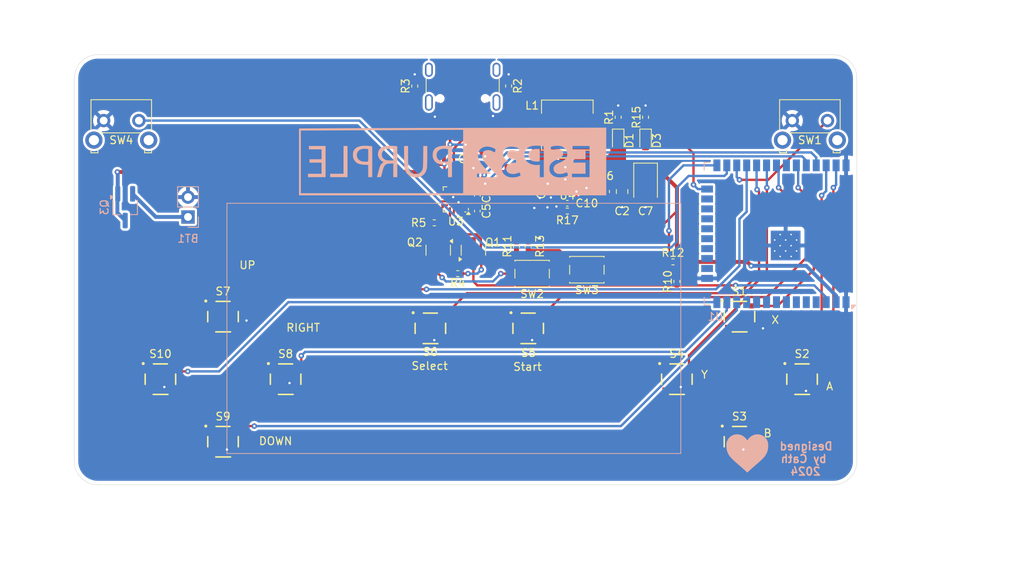
<source format=kicad_pcb>
(kicad_pcb (version 20240108) (generator "pcbnew") (generator_version "8.0")
  (layers (0 "F.Cu" signal) (31 "B.Cu" power) (34 "B.Paste" user) (35 "F.Paste" user) (36 "B.SilkS" user "B.Silkscreen") (37 "F.SilkS" user "F.Silkscreen") (38 "B.Mask" user) (39 "F.Mask" user) (44 "Edge.Cuts" user))
  (net 0 "")
  (net 1 "GND")
  (net 2 "+3.3V")
  (net 3 "Net-(U3-V3)")
  (net 4 "VBUS")
  (net 5 "/PWR_LED_K")
  (net 7 "USB_D+")
  (net 10 "USB_D-")
  (net 12 "Net-(J1-CC2)")
  (net 13 "Net-(J1-CC1)")
  (net 16 "IO21")
  (net 17 "IO36")
  (net 18 "IO35")
  (net 19 "IO33")
  (net 20 "IO25")
  (net 21 "IO13")
  (net 22 "IO32")
  (net 23 "IO9")
  (net 24 "IO34")
  (net 25 "IO12")
  (net 26 "IO10")
  (net 27 "EN")
  (net 28 "IO11")
  (net 29 "IO39")
  (net 30 "IO14")
  (net 31 "IO27")
  (net 32 "IO15")
  (net 33 "IO16")
  (net 34 "IO8")
  (net 35 "IO4")
  (net 36 "IO17")
  (net 37 "IO0")
  (net 38 "IO2")
  (net 39 "IO7")
  (net 40 "IO18")
  (net 41 "IO6")
  (net 42 "IO23")
  (net 43 "IO3")
  (net 44 "IO19")
  (net 45 "IO1")
  (net 46 "Net-(Q1-B)")
  (net 47 "RTS")
  (net 48 "DTR")
  (net 49 "Net-(Q2-B)")
  (net 57 "IO22")
  (net 59 "Net-(R11-Pad1)")
  (net 60 "Net-(R13-Pad1)")
  (net 61 "Net-(D3-K)")
  (net 62 "Net-(U4-FB)")
  (net 64 "/L1")
  (net 65 "/L2")
  (net 66 "Net-(U4-EN)")
  (net 77 "IO5")
  (net 86 "IO26")
  (net 87 "Net-(BT1-+)")
  (footprint "footprints:430173003816" (layer "F.Cu") (at 84 88.5)
    (property "Reference" "S10")
    (property "Value" "Left")
    (property "VALUE" "430173003816" (hide yes))
  )
  (footprint "Resistor_SMD:R_0402_1005Metric" (layer "F.Cu") (at 119 68.5)
    (property "Reference" "R5")
    (property "Value" "10K")
  )
  (footprint "Resistor_SMD:R_0402_1005Metric" (layer "F.Cu") (at 149.5 73.5)
    (property "Reference" "R12")
    (property "Value" "10K")
  )
  (footprint "Resistor_SMD:R_0402_1005Metric" (layer "F.Cu") (at 142.5 55 90)
    (property "Reference" "R1")
    (property "Value" "1.5k")
  )
  (footprint "Resistor_SMD:R_0402_1005Metric" (layer "F.Cu") (at 131 71.5 90)
    (property "Reference" "R13")
    (property "Value" "470")
  )
  (footprint "footprints:430173003816" (layer "F.Cu") (at 158 80.5)
    (property "Reference" "S1")
    (property "Value" "X Button")
    (property "VALUE" "430173003816" (hide yes))
  )
  (footprint "Capacitor_SMD:C_0402_1005Metric" (layer "F.Cu") (at 124.5 65 -90)
    (property "Reference" "C4")
    (property "Value" "1uF")
  )
  (footprint "Package_TO_SOT_SMD:SOT-23" (layer "F.Cu") (at 124 72 90)
    (property "Reference" "Q1")
    (property "Value" "BC817")
  )
  (footprint "Capacitor_SMD:C_0402_1005Metric" (layer "F.Cu") (at 123 61.5)
    (property "Reference" "C3")
    (property "Value" "0.1uF")
  )
  (footprint "footprints:430173003816" (layer "F.Cu") (at 166 88.5)
    (property "Reference" "S2")
    (property "Value" "A Button")
    (property "VALUE" "430173003816" (hide yes))
  )
  (footprint "footprints:430173003816" (layer "F.Cu") (at 92 80.5)
    (property "Reference" "S7")
    (property "Value" "UP")
    (property "VALUE" "430173003816" (hide yes))
  )
  (footprint "Resistor_SMD:R_0402_1005Metric" (layer "F.Cu") (at 136 67 180)
    (property "Reference" "R17")
    (property "Value" "180k")
  )
  (footprint "Inductor_SMD:L_6.3x6.3_H3" (layer "F.Cu") (at 136 56)
    (property "Reference" "L1")
    (property "Value" "1.5uH")
  )
  (footprint "footprints:430173003816" (layer "F.Cu") (at 150 88.5)
    (property "Reference" "S4")
    (property "Value" "Y button")
    (property "VALUE" "430173003816" (hide yes))
  )
  (footprint "footprints:430173003816" (layer "F.Cu") (at 92 96.5)
    (property "Reference" "S9")
    (property "Value" "Down")
    (property "VALUE" "430173003816" (hide yes))
  )
  (footprint "footprints:430173003816" (layer "F.Cu") (at 100 88.5)
    (property "Reference" "S8")
    (property "Value" "Right")
    (property "VALUE" "430173003816" (hide yes))
  )
  (footprint "Button_Switch_THT:SW_Tactile_SKHH_Angled" (layer "F.Cu") (at 164.75 55.425)
    (property "Reference" "SW1")
    (property "Value" "R Button")
  )
  (footprint "LED_SMD:LED_0603_1608Metric" (layer "F.Cu") (at 142.5 58 -90)
    (property "Reference" "D1")
    (property "Value" "LED")
  )
  (footprint "Resistor_SMD:R_0402_1005Metric" (layer "F.Cu") (at 129.5 71.5 90)
    (property "Reference" "R11")
    (property "Value" "470")
  )
  (footprint "Capacitor_SMD:C_0402_1005Metric" (layer "F.Cu") (at 124.5 67 -90)
    (property "Reference" "C5")
    (property "Value" "1uF")
  )
  (footprint "Resistor_SMD:R_0402_1005Metric" (layer "F.Cu") (at 128.5 51 -90)
    (property "Reference" "R2")
    (property "Value" "5.1k")
  )
  (footprint "footprints:430173003816" (layer "F.Cu") (at 158 96.5)
    (property "Reference" "S3")
    (property "Value" "B Button")
    (property "VALUE" "430173003816" (hide yes))
  )
  (footprint "Resistor_SMD:R_0402_1005Metric" (layer "F.Cu") (at 141 64.5 -90)
    (property "Reference" "R16")
    (property "Value" "1M")
  )
  (footprint "Package_DFN_QFN:TQFN-16-1EP_3x3mm_P0.5mm_EP1.6x1.6mm" (layer "F.Cu") (at 121.75 65.5 180)
    (property "Reference" "U3")
    (property "Value" "CH343P")
  )
  (footprint "Resistor_SMD:R_0402_1005Metric" (layer "F.Cu") (at 116.5 51.01 90)
    (property "Reference" "R3")
    (property "Value" "5.1k")
  )
  (footprint "Package_TO_SOT_SMD:SOT-23" (layer "F.Cu") (at 119.5 72 -90)
    (property "Reference" "Q2")
    (property "Value" "BC817")
  )
  (footprint "footprints:430173003816" (layer "F.Cu") (at 131 82)
    (property "Reference" "S5")
    (property "Value" "Start Button")
    (property "VALUE" "430173003816" (hide yes))
  )
  (footprint "Resistor_SMD:R_0402_1005Metric" (layer "F.Cu") (at 150 76 90)
    (property "Reference" "R10")
    (property "Value" "10K")
  )
  (footprint "Connector_USB:USB_C_Receptacle_GCT_USB4105-xx-A_16P_TopMnt_Horizontal" (layer "F.Cu") (at 122.627564 50 180)
    (property "Reference" "J1" (hide yes))
    (property "Value" "USB_C_Receptacle_USB2.0_16P")
  )
  (footprint "Capacitor_SMD:C_0402_1005Metric" (layer "F.Cu") (at 136 66)
    (property "Reference" "C10")
    (property "Value" "0.1uF")
  )
  (footprint "Button_Switch_THT:SW_Tactile_SKHH_Angled" (layer "F.Cu") (at 76.75 55.425)
    (property "Reference" "SW4")
    (property "Value" "L Button")
  )
  (footprint "LED_SMD:LED_0603_1608Metric" (layer "F.Cu") (at 146 58 -90)
    (property "Reference" "D3")
    (property "Value" "LED")
  )
  (footprint "Capacitor_SMD:C_0805_2012Metric" (layer "F.Cu") (at 131 64.5 -90)
    (property "Reference" "C1")
    (property "Value" "22uF")
  )
  (footprint "footprints:QFN14-3X4MM" (layer "F.Cu") (at 135.77 62.2125 180)
    (property "Reference" "U4")
    (property "Value" "TPS63020")
  )
  (footprint "Capacitor_Tantalum_SMD:CP_EIA-3528-15_AVX-H_Pad1.50x2.35mm_HandSolder" (layer "F.Cu") (at 146 63.5 -90)
    (property "Reference" "C7")
    (property "Value" "100uF 6.3V")
  )
  (footprint "Button_Switch_SMD:SW_SPST_PTS810" (layer "F.Cu") (at 131.5 75 180)
    (property "Reference" "SW2")
    (property "Value" "SW_Push")
  )
  (footprint "Capacitor_SMD:C_0805_2012Metric" (layer "F.Cu") (at 143 64.5 -90)
    (property "Reference" "C2")
    (property "Value" "22uF")
  )
  (footprint "footprints:430173003816" (layer "F.Cu") (at 118.5 82)
    (property "Reference" "S6")
    (property "Value" "Select Button")
    (property "VALUE" "430173003816" (hide yes))
  )
  (footprint "Button_Switch_SMD:SW_SPST_PTS810" (layer "F.Cu") (at 138.5 74.5 180)
    (property "Reference" "SW3")
    (property "Value" "SW_Push")
  )
  (footprint "Resistor_SMD:R_0402_1005Metric" (layer "F.Cu") (at 146 55 90)
    (property "Reference" "R15")
    (property "Value" "470")
  )
  (footprint "Resistor_SMD:R_0402_1005Metric" (layer "F.Cu") (at 122 75 180)
    (property "Reference" "R4")
    (property "Value" "10K")
  )
  (footprint "RF_Module:ESP32-WROOM-32D" (layer "B.Cu") (at 163.37 69.9 90)
    (property "Reference" "U1")
    (property "Value" "ESP32-WROOM-32D")
  )
  (footprint "footprints:esp32_purple" (layer "B.Cu") (at 121.5 61 180)
    (property "Reference" "G***" (hide yes))
    (property "Value" "LOGO" (hide yes))
  )
  (footprint "Package_TO_SOT_SMD:TSOT-23_HandSoldering" (layer "B.Cu") (at 79.5 66.5 -90)
    (property "Reference" "Q3")
    (property "Value" "PMOS")
  )
  (footprint "LOGO" (layer "B.Cu") (at 159 98 180)
    (property "Reference" "G***" (hide yes))
    (property "Value" "LOGO" (hide yes))
  )
  (footprint "Connector_PinSocket_2.54mm:PinSocket_1x02_P2.54mm_Vertical" (layer "B.Cu") (at 87.525 67.75)
    (property "Reference" "BT1")
    (property "Value" "2x 1.2V NihM AA")
  )
  (gr_line (start 92.5 98) (end 92.5 66) (stroke (width 0.1)) (layer "B.SilkS"))
  (gr_line (start 92.5 66) (end 150.5 66) (stroke (width 0.1)) (layer "B.SilkS"))
  (gr_line (start 150.5 98) (end 92.5 98) (stroke (width 0.1)) (layer "B.SilkS"))
  (gr_line (start 150.5 66) (end 150.5 98) (stroke (width 0.1)) (layer "B.SilkS"))
  (gr_line (start 73 99) (end 73 50) (stroke (width 0.05)) (layer "Edge.Cuts"))
  (gr_arc (start 76 102.000001) (mid 73.878679 101.121321) (end 72.999999 99) (stroke (width 0.05)) (layer "Edge.Cuts"))
  (gr_line (start 173.000001 50) (end 173.000001 99) (stroke (width 0.05)) (layer "Edge.Cuts"))
  (gr_line (start 76 47) (end 170 47) (stroke (width 0.05)) (layer "Edge.Cuts"))
  (gr_arc (start 173.000001 99) (mid 172.121321 101.121321) (end 170 102.000001) (stroke (width 0.05)) (layer "Edge.Cuts"))
  (gr_line (start 170 102.000001) (end 76 102.000001) (stroke (width 0.05)) (layer "Edge.Cuts"))
  (gr_arc (start 73 50) (mid 73.87868 47.87868) (end 76 47) (stroke (width 0.05)) (layer "Edge.Cuts"))
  (gr_arc (start 170 46.999999) (mid 172.121321 47.878679) (end 173.000001 50) (stroke (width 0.05)) (layer "Edge.Cuts"))
  (gr_text "Designed \n by Cath\n  2024\n\n" (at 170 102.5 0) (layer "B.SilkS") (effects (font (size 1 1) (thickness 0.2) (bold yes)) (justify left bottom mirror)))
  (gr_text "RIGHT" (at 100 82.5 0) (layer "F.SilkS") (effects (font (size 1 1)) (justify left bottom)))
  (gr_text "UP" (at 94 74.5 0) (layer "F.SilkS") (effects (font (size 1 1)) (justify left bottom)))
  (gr_text "DOWN" (at 96.5 97 0) (layer "F.SilkS") (effects (font (size 1 1)) (justify left bottom)))
  (gr_text "Start\n" (at 129 87.5 0) (layer "F.SilkS") (effects (font (size 1 1)) (justify left bottom)))
  (gr_text "Select\n\n" (at 116 89 0) (layer "F.SilkS") (effects (font (size 1 1)) (justify left bottom)))
  (gr_text "A" (at 169 90 0) (layer "F.SilkS") (effects (font (size 1 1)) (justify left bottom)))
  (gr_text "X" (at 162 81.5 0) (layer "F.SilkS") (effects (font (size 1 1)) (justify left bottom)))
  (gr_text "B" (at 161 96 0) (layer "F.SilkS") (effects (font (size 1 1)) (justify left bottom)))
  (gr_text "Y" (at 153 88.5 0) (layer "F.SilkS") (effects (font (size 1 1)) (justify left bottom)))
  (segment (start 124.5 65.48) (end 124.5 66) (width 0.3) (layer "F.Cu") (net 1))
  (segment (start 146 54.49) (end 146 53.5) (width 0.3) (layer "F.Cu") (net 1))
  (segment (start 151.55 89.875) (end 150.875 89.875) (width 0.3) (layer "F.Cu") (net 1))
  (segment (start 158.875 97.875) (end 158.5 97.5) (width 0.3) (layer "F.Cu") (net 1))
  (segment (start 134.37 63.2125) (end 135.488039 63.2125) (width 0.3) (layer "F.Cu") (net 1))
  (segment (start 135.488039 63.2125) (end 135.754859 62.94568) (width 0.3) (layer "F.Cu") (net 1))
  (segment (start 119.427564 53.68) (end 119.427564 54.572436) (width 0.5) (layer "F.Cu") (net 1))
  (segment (start 131.75 83.25) (end 131.5 83.5) (width 0.3) (layer "F.Cu") (net 1))
  (segment (start 160.875 81.875) (end 161 82) (width 0.3) (layer "F.Cu") (net 1))
  (segment (start 132.5 83.25) (end 131.75 83.25) (width 0.3) (layer "F.Cu") (net 1))
  (segment (start 122 65.75) (end 121.419576 65.210531) (width 0.3) (layer "F.Cu") (net 1))
  (segment (start 92.875 97.875) (end 92.5 97.5) (width 0.3) (layer "F.Cu") (net 1))
  (segment (start 122.096569 65.875215) (end 122 65.75) (width 0.3) (layer "F.Cu") (net 1))
  (segment (start 122 65.75) (end 121.75 65.5) (width 0.3) (layer "F.Cu") (net 1))
  (segment (start 128.5 50.49) (end 128.5 49.51) (width 0.3) (layer "F.Cu") (net 1))
  (segment (start 94.125 81.875) (end 95 81) (width 0.3) (layer "F.Cu") (net 1))
  (segment (start 119.125 83.375) (end 119 83.5) (width 0.3) (layer "F.Cu") (net 1))
  (segment (start 137.17 63.2125) (end 137.62364 63.2125) (width 0.3) (layer "F.Cu") (net 1))
  (segment (start 93.55 81.875) (end 94.125 81.875) (width 0.3) (layer "F.Cu") (net 1))
  (segment (start 146 65.125) (end 146 66.5) (width 0.3) (layer "F.Cu") (net 1))
  (segment (start 124.25 65.75) (end 124.5 66) (width 0.3) (layer "F.Cu") (net 1))
  (segment (start 122.096569 65.846569) (end 122.096569 65.875215) (width 0.3) (layer "F.Cu") (net 1))
  (segment (start 123.1875 65.75) (end 122 65.75) (width 0.3) (layer "F.Cu") (net 1))
  (segment (start 159.55 97.875) (end 158.875 97.875) (width 0.3) (layer "F.Cu") (net 1))
  (segment (start 121.419576 65.210531) (end 121.75 65.5) (width 0.3) (layer "F.Cu") (net 1))
  (segment (start 132.5 70.5) (end 132.01 70.99) (width 0.3) (layer "F.Cu") (net 1))
  (segment (start 93.55 97.875) (end 92.875 97.875) (width 0.3) (layer "F.Cu") (net 1))
  (segment (start 150.875 89.875) (end 150.5 89.5) (width 0.3) (layer "F.Cu") (net 1))
  (segment (start 119.427564 54.572436) (end 119.072436 54.927564) (width 0.5) (layer "F.Cu") (net 1))
  (segment (start 129.5 70.99) (end 131 70.99) (width 0.3) (layer "F.Cu") (net 1))
  (segment (start 124.5 66) (end 124.5 66.52) (width 0.3) (layer "F.Cu") (net 1))
  (segment (start 101.375 89.875) (end 100.5 89) (width 0.3) (layer "F.Cu") (net 1))
  (segment (start 121.75 65.5) (end 122.096569 65.846569) (width 0.3) (layer "F.Cu") (net 1))
  (segment (start 123.48 61.5) (end 124 61.5) (width 0.3) (layer "F.Cu") (net 1))
  (segment (start 166.625 89.875) (end 166.5 90) (width 0.3) (layer "F.Cu") (net 1))
  (segment (start 143 65.45) (end 143 66.5) (width 0.3) (layer "F.Cu") (net 1))
  (segment (start 125.827564 54.163782) (end 126.5 54.836218) (width 0.5) (layer "F.Cu") (net 1))
  (segment (start 120.05 83.375) (end 119.125 83.375) (width 0.3) (layer "F.Cu") (net 1))
  (segment (start 85.55 89.875) (end 84.875 89.875) (width 0.3) (layer "F.Cu") (net 1))
  (segment (start 137.62364 63.2125) (end 138.45557 64.04443) (width 0.3) (layer "F.Cu") (net 1))
  (segment (start 101.55 89.875) (end 101.375 89.875) (width 0.3) (layer "F.Cu") (net 1))
  (segment (start 132.01 70.99) (end 131 70.99) (width 0.3) (layer "F.Cu") (net 1))
  (segment (start 167.55 89.875) (end 166.625 89.875) (width 0.3) (layer "F.Cu") (net 1))
  (segment (start 159.55 81.875) (end 160.875 81.875) (width 0.3) (layer "F.Cu") (net 1))
  (segment (start 84.875 89.875) (end 84.5 89.5) (width 0.3) (layer "F.Cu") (net 1))
  (segment (start 142.5 54.49) (end 142.5 53.5) (width 0.3) (layer "F.Cu") (net 1))
  (segment (start 116.5 50.5) (end 116.5 49.51) (width 0.3) (layer "F.Cu") (net 1))
  (segment (start 123.1875 65.75) (end 124.25 65.75) (width 0.3) (layer "F.Cu") (net 1))
  (via (at 131.779061 66.601445) (size 0.7) (drill 0.3) (layers "F.Cu" "B.Cu") (net 1))
  (via (at 100.5 89) (size 0.7) (drill 0.3) (layers "F.Cu" "B.Cu") (net 1))
  (via (at 122.096569 65.875215) (size 0.7) (drill 0.3) (layers "F.Cu" "B.Cu") (net 1))
  (via (at 133.459236 66.521436) (size 0.7) (drill 0.3) (layers "F.Cu" "B.Cu") (net 1))
  (via (at 146 53.5) (size 0.7) (drill 0.3) (layers "F.Cu" "B.Cu") (net 1))
  (via (at 92.5 97.5) (size 0.7) (drill 0.3) (layers "F.Cu" "B.Cu") (net 1))
  (via (at 119.072436 54.927564) (size 0.7) (drill 0.3) (layers "F.Cu" "B.Cu") (net 1))
  (via (at 161 82) (size 0.7) (drill 0.3) (layers "F.Cu" "B.Cu") (net 1))
  (via (at 143 66.5) (size 0.7) (drill 0.3) (layers "F.Cu" "B.Cu") (net 1))
  (via (at 166.5 90) (size 0.7) (drill 0.3) (layers "F.Cu" "B.Cu") (net 1))
  (via (at 132.5 70.5) (size 0.7) (drill 0.3) (layers "F.Cu" "B.Cu") (net 1))
  (via (at 95 81) (size 0.7) (drill 0.3) (layers "F.Cu" "B.Cu") (net 1))
  (via (at 142.5 53.5) (size 0.7) (drill 0.3) (layers "F.Cu" "B.Cu") (net 1))
  (via (at 119 83.5) (size 0.7) (drill 0.3) (layers "F.Cu" "B.Cu") (net 1))
  (via (at 135.754859 62.94568) (size 0.7) (drill 0.3) (layers "F.Cu" "B.Cu") (net 1))
  (via (at 124 61.5) (size 0.7) (drill 0.3) (layers "F.Cu" "B.Cu") (net 1))
  (via (at 128.5 49.51) (size 0.7) (drill 0.3) (layers "F.Cu" "B.Cu") (net 1))
  (via (at 146 66.5) (size 0.7) (drill 0.3) (layers "F.Cu" "B.Cu") (net 1))
  (via (at 135.748704 61.388596) (size 0.7) (drill 0.3) (layers "F.Cu" "B.Cu") (net 1))
  (via (at 84.5 89.5) (size 0.7) (drill 0.3) (layers "F.Cu" "B.Cu") (net 1))
  (via (at 116.5 49.51) (size 0.7) (drill 0.3) (layers "F.Cu" "B.Cu") (net 1))
  (via (at 121.419576 65.210531) (size 0.7) (drill 0.3) (layers "F.Cu" "B.Cu") (net 1))
  (via (at 133.902358 65.259767) (size 0.7) (drill 0.3) (layers "F.Cu" "B.Cu") (net 1))
  (via (at 150.5 89.5) (size 0.7) (drill 0.3) (layers "F.Cu" "B.Cu") (net 1))
  (via (at 134.610124 66.410656) (size 0.7) (drill 0.3) (layers "F.Cu" "B.Cu") (net 1))
  (via (at 132.486827 65.315157) (size 0.7) (drill 0.3) (layers "F.Cu" "B.Cu") (net 1))
  (via (at 138.45557 64.04443) (size 0.7) (drill 0.3) (layers "F.Cu" "B.Cu") (net 1))
  (via (at 158.5 97.5) (size 0.7) (drill 0.3) (layers "F.Cu" "B.Cu") (net 1))
  (via (at 131.5 83.5) (size 0.7) (drill 0.3) (layers "F.Cu" "B.Cu") (net 1))
  (via (at 126.5 54.836218) (size 0.7) (drill 0.3) (layers "F.Cu" "B.Cu") (net 1))
  (segment (start 159.5 74) (end 159 73.5) (width 0.5) (layer "F.Cu") (net 2))
  (segment (start 123.1875 66.25) (end 124.4175 67.48) (width 0.3) (layer "F.Cu") (net 2))
  (segment (start 148 69) (end 150 67) (width 0.3) (layer "F.Cu") (net 2))
  (segment (start 126 69) (end 148 69) (width 0.3) (layer "F.Cu") (net 2))
  (segment (start 159 73.5) (end 150.01 73.5) (width 0.5) (layer "F.Cu") (net 2))
  (segment (start 124.4175 67.48) (end 124.5 67.48) (width 0.3) (layer "F.Cu") (net 2))
  (segment (start 124.5 67.48) (end 126 68.98) (width 0.3) (layer "F.Cu") (net 2))
  (segment (start 150.01 64.01) (end 150.01 73.5) (width 0.5) (layer "F.Cu") (net 2))
  (segment (start 150.01 73.5) (end 150.01 75.48) (width 0.3) (layer "F.Cu") (net 2))
  (segment (start 126 68.98) (end 126 69) (width 0.3) (layer "F.Cu") (net 2))
  (segment (start 150.01 75.48) (end 150 75.49) (width 0.3) (layer "F.Cu") (net 2))
  (segment (start 148 62) (end 150.01 64.01) (width 0.5) (layer "F.Cu") (net 2))
  (via (at 159.5 74) (size 0.7) (drill 0.3) (layers "F.Cu" "B.Cu") (net 2))
  (segment (start 166.53 74) (end 170.35 77.82) (width 0.5) (layer "B.Cu") (net 2))
  (segment (start 170.35 77.82) (end 170.35 78.65) (width 0.5) (layer "B.Cu") (net 2))
  (segment (start 159.5 74) (end 166.53 74) (width 0.5) (layer "B.Cu") (net 2))
  (segment (start 122 62.02) (end 122.52 61.5) (width 0.3) (layer "F.Cu") (net 3))
  (segment (start 122 64.0625) (end 122 62.02) (width 0.3) (layer "F.Cu") (net 3))
  (segment (start 125.5 60) (end 125.027564 59.527564) (width 0.5) (layer "F.Cu") (net 4))
  (segment (start 123.1875 65.25) (end 123.723154 65.25) (width 0.3) (layer "F.Cu") (net 4))
  (segment (start 125.027564 59.527564) (end 125.027564 53.68) (width 0.5) (layer "F.Cu") (net 4))
  (segment (start 120.227564 60.93681) (end 120.227564 53.68) (width 0.5) (layer "F.Cu") (net 4))
  (segment (start 118 62) (end 119.023116 60.976884) (width 0.5) (layer "F.Cu") (net 4))
  (segment (start 78.5 62) (end 118 62) (width 0.5) (layer "F.Cu") (net 4))
  (segment (start 127.48 64.52) (end 127.5 64.5) (width 0.3) (layer "F.Cu") (net 4))
  (segment (start 120.267638 60.976884) (end 120.3 61.009246) (width 0.3) (layer "F.Cu") (net 4))
  (segment (start 125.5 60) (end 127.5 62) (width 0.5) (layer "F.Cu") (net 4))
  (segment (start 119.023116 60.976884) (end 120.267638 60.976884) (width 0.5) (layer "F.Cu") (net 4))
  (segment (start 123.723154 65.25) (end 124.453154 64.52) (width 0.3) (layer "F.Cu") (net 4))
  (segment (start 124.5 64.52) (end 127.48 64.52) (width 0.3) (layer "F.Cu") (net 4))
  (segment (start 120.267638 60.976884) (end 120.227564 60.93681) (width 0.5) (layer "F.Cu") (net 4))
  (segment (start 120.3 61.009246) (end 120.3 64.7375) (width 0.3) (layer "F.Cu") (net 4))
  (segment (start 127.5 62) (end 129 62) (width 0.5) (layer "F.Cu") (net 4))
  (segment (start 120.3 64.7375) (end 120.3125 64.75) (width 0.3) (layer "F.Cu") (net 4))
  (segment (start 127.5 64.5) (end 129 63) (width 0.3) (layer "F.Cu") (net 4))
  (segment (start 124.453154 64.52) (end 124.5 64.52) (width 0.3) (layer "F.Cu") (net 4))
  (via (at 120.267638 60.976884) (size 0.7) (drill 0.3) (layers "F.Cu" "B.Cu") (net 4))
  (via (at 125.5 60) (size 0.7) (drill 0.3) (layers "F.Cu" "B.Cu") (net 4))
  (via (at 78.5 62) (size 0.7) (drill 0.3) (layers "F.Cu" "B.Cu") (net 4))
  (segment (start 121.244522 60) (end 125.5 60) (width 0.5) (layer "B.Cu") (net 4))
  (segment (start 120.267638 60.976884) (end 121.244522 60) (width 0.5) (layer "B.Cu") (net 4))
  (segment (start 79.5 68.21) (end 78.5 67.21) (width 0.5) (layer "B.Cu") (net 4))
  (segment (start 78.55 62.05) (end 78.5 62) (width 0.5) (layer "B.Cu") (net 4))
  (segment (start 78.5 64.84) (end 78.55 64.79) (width 0.5) (layer "B.Cu") (net 4))
  (segment (start 78.55 64.79) (end 78.55 62.05) (width 0.5) (layer "B.Cu") (net 4))
  (segment (start 78.5 67.21) (end 78.5 64.84) (width 0.5) (layer "B.Cu") (net 4))
  (segment (start 142.5 55.51) (end 142.5 57.2125) (width 0.3) (layer "F.Cu") (net 5))
  (segment (start 121.727564 58.78995) (end 121.727564 58.762386) (width 0.3) (layer "F.Cu") (net 7))
  (segment (start 121.727564 58.762386) (end 122.877564 57.612386) (width 0.3) (layer "F.Cu") (net 7))
  (segment (start 121.877564 53.68) (end 121.877564 53.00188) (width 0.3) (layer "F.Cu") (net 7))
  (segment (start 122.877564 57.612386) (end 122.877564 53.68) (width 0.3) (layer "F.Cu") (net 7))
  (segment (start 121.5 59.017514) (end 121.727564 58.78995) (width 0.3) (layer "F.Cu") (net 7))
  (segment (start 122.630684 52.755) (end 122.877564 53.00188) (width 0.3) (layer "F.Cu") (net 7))
  (segment (start 121.877564 53.80156) (end 121.877564 53.12344) (width 0.3) (layer "F.Cu") (net 7))
  (segment (start 122.124444 52.755) (end 122.630684 52.755) (width 0.3) (layer "F.Cu") (net 7))
  (segment (start 122.877564 53.00188) (end 122.877564 53.68) (width 0.3) (layer "F.Cu") (net 7))
  (segment (start 121.5 64.0625) (end 121.5 59.017514) (width 0.3) (layer "F.Cu") (net 7))
  (segment (start 121.877564 53.00188) (end 122.124444 52.755) (width 0.3) (layer "F.Cu") (net 7))
  (segment (start 121 64.0625) (end 121 57.5) (width 0.3) (layer "F.Cu") (net 10))
  (segment (start 122.377564 56.122436) (end 122.377564 53.68) (width 0.3) (layer "F.Cu") (net 10))
  (segment (start 121.5 57) (end 122.377564 56.122436) (width 0.3) (layer "F.Cu") (net 10))
  (segment (start 121.5 57) (end 121.027564 57.472436) (width 0.3) (layer "F.Cu") (net 10))
  (segment (start 123.377564 58.122436) (end 123.377564 53.68) (width 0.3) (layer "F.Cu") (net 10))
  (segment (start 123 58.5) (end 123.377564 58.122436) (width 0.3) (layer "F.Cu") (net 10))
  (segment (start 121.027564 57.472436) (end 121.027564 58.5) (width 0.3) (layer "F.Cu") (net 10))
  (segment (start 121 57.5) (end 121.5 57) (width 0.3) (layer "F.Cu") (net 10))
  (via (at 123 58.5) (size 0.7) (drill 0.3) (layers "F.Cu" "B.Cu") (net 10))
  (via (at 121.027564 58.5) (size 0.7) (drill 0.3) (layers "F.Cu" "B.Cu") (net 10))
  (segment (start 123 58.5) (end 121.027564 58.5) (width 0.3) (layer "B.Cu") (net 10))
  (segment (start 119.677869 51.52) (end 120.877564 52.719695) (width 0.3) (layer "F.Cu") (net 12))
  (segment (start 120.877564 52.719695) (end 120.877564 53.68) (width 0.3) (layer "F.Cu") (net 12))
  (segment (start 116.5 51.52) (end 119.677869 51.52) (width 0.3) (layer "F.Cu") (net 12))
  (segment (start 128.5 51.51) (end 125.369444 51.51) (width 0.3) (layer "F.Cu") (net 13))
  (segment (start 123.877564 53.00188) (end 123.877564 53.68) (width 0.3) (layer "F.Cu") (net 13))
  (segment (start 125.369444 51.51) (end 123.877564 53.00188) (width 0.3) (layer "F.Cu") (net 13))
  (segment (start 167.5 74.5) (end 167.5 66) (width 0.3) (layer "F.Cu") (net 16))
  (segment (start 167.5 74.5) (end 162.875 79.125) (width 0.3) (layer "F.Cu") (net 16))
  (segment (start 167.5 66) (end 165.5 64) (width 0.3) (layer "F.Cu") (net 16))
  (segment (start 162.875 79.125) (end 159.55 79.125) (width 0.3) (layer "F.Cu") (net 16))
  (via (at 165.5 64) (size 0.7) (drill 0.3) (layers "F.Cu" "B.Cu") (net 16))
  (segment (start 165.5 64) (end 165.5 61.38) (width 0.3) (layer "B.Cu") (net 16))
  (segment (start 165.5 61.38) (end 165.27 61.15) (width 0.3) (layer "B.Cu") (net 16))
  (segment (start 85.925 87.5) (end 85.55 87.125) (width 0.3) (layer "F.Cu") (net 25))
  (segment (start 87.5 87.5) (end 85.925 87.5) (width 0.3) (layer "F.Cu") (net 25))
  (via (at 87.5 87.5) (size 0.7) (drill 0.3) (layers "F.Cu" "B.Cu") (net 25))
  (segment (start 155.11 78.65) (end 100.35 78.65) (width 0.3) (layer "B.Cu") (net 25))
  (segment (start 100.35 78.65) (end 91.5 87.5) (width 0.3) (layer "B.Cu") (net 25))
  (segment (start 91.5 87.5) (end 87.5 87.5) (width 0.3) (layer "B.Cu") (net 25))
  (segment (start 124.5 76.5) (end 124 76) (width 0.3) (layer "F.Cu") (net 27))
  (segment (start 124 76) (end 124 71.0625) (width 0.3) (layer "F.Cu") (net 27))
  (segment (start 157.5 76.5) (end 124.5 76.5) (width 0.3) (layer "F.Cu") (net 27))
  (via (at 157.5 76.5) (size 0.7) (drill 0.3) (layers "F.Cu" "B.Cu") (net 27))
  (segment (start 167.56 76.5) (end 169.08 78.02) (width 0.3) (layer "B.Cu") (net 27))
  (segment (start 169.08 78.02) (end 169.08 78.65) (width 0.3) (layer "B.Cu") (net 27))
  (segment (start 157.5 76.5) (end 167.56 76.5) (width 0.3) (layer "B.Cu") (net 27))
  (segment (start 102 86.675) (end 101.55 87.125) (width 0.3) (layer "F.Cu") (net 30))
  (segment (start 102 85.5) (end 102 86.675) (width 0.3) (layer "F.Cu") (net 30))
  (via (at 102 85.5) (size 0.7) (drill 0.3) (layers "F.Cu" "B.Cu") (net 30))
  (segment (start 102.5 85) (end 102 85.5) (width 0.3) (layer "B.Cu") (net 30))
  (segment (start 156.38 78.65) (end 156.38 79.7) (width 0.3) (layer "B.Cu") (net 30))
  (segment (start 156.38 79.7) (end 151.08 85) (width 0.3) (layer "B.Cu") (net 30))
  (segment (start 151.08 85) (end 102.5 85) (width 0.3) (layer "B.Cu") (net 30))
  (segment (start 94.175 94.5) (end 93.55 95.125) (width 0.3) (layer "F.Cu") (net 31))
  (segment (start 96 94.5) (end 94.175 94.5) (width 0.3) (layer "F.Cu") (net 31))
  (via (at 96 94.5) (size 0.7) (drill 0.3) (layers "F.Cu" "B.Cu") (net 31))
  (segment (start 96 94.5) (end 142.85 94.5) (width 0.3) (layer "B.Cu") (net 31))
  (segment (start 157.65 78.65) (end 157.65 79.7) (width 0.3) (layer "B.Cu") (net 31))
  (segment (start 157.65 79.7) (end 142.85 94.5) (width 0.3) (layer "B.Cu") (net 31))
  (segment (start 158 63) (end 161.675 63) (width 0.3) (layer "F.Cu") (net 33))
  (segment (start 161.675 63) (end 169.25 55.425) (width 0.3) (layer "F.Cu") (net 33))
  (via (at 158 63) (size 0.7) (drill 0.3) (layers "F.Cu" "B.Cu") (net 33))
  (segment (start 157.65 62.65) (end 158 63) (width 0.3) (layer "B.Cu") (net 33))
  (segment (start 157.65 61.15) (end 157.65 62.65) (width 0.3) (layer "B.Cu") (net 33))
  (segment (start 151.5 62.5) (end 150 64) (width 0.3) (layer "B.Cu") (net 35))
  (segment (start 109.425 55.425) (end 81.25 55.425) (width 0.3) (layer "B.Cu") (net 35))
  (segment (start 150 64) (end 150 70.909239) (width 0.3) (layer "B.Cu") (net 35))
  (segment (start 149.259239 71.65) (end 125.65 71.65) (width 0.3) (layer "B.Cu") (net 35))
  (segment (start 156.38 62.2) (end 156.08 62.5) (width 0.3) (layer "B.Cu") (net 35))
  (segment (start 156.08 62.5) (end 151.5 62.5) (width 0.3) (layer "B.Cu") (net 35))
  (segment (start 156.38 61.15) (end 156.38 62.2) (width 0.3) (layer "B.Cu") (net 35))
  (segment (start 150 70.909239) (end 149.259239 71.65) (width 0.3) (layer "B.Cu") (net 35))
  (segment (start 125.65 71.65) (end 109.425 55.425) (width 0.3) (layer "B.Cu") (net 35))
  (segment (start 118 77) (end 96.5 77) (width 0.3) (layer "F.Cu") (net 36))
  (segment (start 96.5 77) (end 94.375 79.125) (width 0.3) (layer "F.Cu") (net 36))
  (segment (start 94.375 79.125) (end 93.55 79.125) (width 0.3) (layer "F.Cu") (net 36))
  (via (at 118 77) (size 0.7) (drill 0.3) (layers "F.Cu" "B.Cu") (net 36))
  (segment (start 158.92 67.08) (end 158 68) (width 0.3) (layer "B.Cu") (net 36))
  (segment (start 155 77) (end 118 77) (width 0.3) (layer "B.Cu") (net 36))
  (segment (start 158 74) (end 155 77) (width 0.3) (layer "B.Cu") (net 36))
  (segment (start 158 68) (end 158 74) (width 0.3) (layer "B.Cu") (net 36))
  (segment (start 158.92 61.15) (end 158.92 67.08) (width 0.3) (layer "B.Cu") (net 36))
  (segment (start 135.85 75) (end 127.5 75) (width 0.3) (layer "F.Cu") (net 37))
  (segment (start 119.5 75) (end 119.5 72.9375) (width 0.3) (layer "F.Cu") (net 37))
  (segment (start 136.425 75.575) (end 135.85 75) (width 0.3) (layer "F.Cu") (net 37))
  (segment (start 148.5 73.5) (end 146.425 75.575) (width 0.3) (layer "F.Cu") (net 37))
  (segment (start 146.425 75.575) (end 140.575 75.575) (width 0.3) (layer "F.Cu") (net 37))
  (segment (start 120 75.5) (end 119.5 75) (width 0.3) (layer "F.Cu") (net 37))
  (segment (start 140.575 75.575) (end 136.425 75.575) (width 0.3) (layer "F.Cu") (net 37))
  (segment (start 148.99 73.5) (end 148.5 73.5) (width 0.3) (layer "F.Cu") (net 37))
  (segment (start 148.99 69.5) (end 148.99 73.5) (width 0.3) (layer "F.Cu") (net 37))
  (via (at 120 75.5) (size 0.7) (drill 0.3) (layers "F.Cu" "B.Cu") (net 37))
  (via (at 127.5 75) (size 0.7) (drill 0.3) (layers "F.Cu" "B.Cu") (net 37))
  (via (at 148.99 69.5) (size 0.7) (drill 0.3) (layers "F.Cu" "B.Cu") (net 37))
  (segment (start 120.5 76) (end 120 75.5) (width 0.3) (layer "B.Cu") (net 37))
  (segment (start 126.5 76) (end 120.5 76) (width 0.3) (layer "B.Cu") (net 37))
  (segment (start 127.5 75) (end 126.5 76) (width 0.3) (layer "B.Cu") (net 37))
  (segment (start 148.99 69.5) (end 148.99 63.01) (width 0.3) (layer "B.Cu") (net 37))
  (segment (start 148.99 63.01) (end 150.85 61.15) (width 0.3) (layer "B.Cu") (net 37))
  (segment (start 150.85 61.15) (end 155.11 61.15) (width 0.3) (layer "B.Cu") (net 37))
  (segment (start 151.2875 58.7875) (end 146 58.7875) (width 0.3) (layer "F.Cu") (net 38))
  (segment (start 152.125 59.625) (end 151.2875 58.7875) (width 0.3) (layer "F.Cu") (net 38))
  (segment (start 152.125 63.625) (end 152.125 59.625) (width 0.3) (layer "F.Cu") (net 38))
  (via (at 152.125 63.625) (size 0.7) (drill 0.3) (layers "F.Cu" "B.Cu") (net 38))
  (segment (start 152.68 64.18) (end 153.86 64.18) (width 0.3) (layer "B.Cu") (net 38))
  (segment (start 152.125 63.625) (end 152.68 64.18) (width 0.3) (layer "B.Cu") (net 38))
  (segment (start 135.175 78) (end 158.292894 78) (width 0.3) (layer "F.Cu") (net 40))
  (segment (start 158.292894 78) (end 161.5 74.792894) (width 0.3) (layer "F.Cu") (net 40))
  (segment (start 132.55 80.625) (end 135.175 78) (width 0.3) (layer "F.Cu") (net 40))
  (segment (start 161.5 74.792894) (end 161.5 64) (width 0.3) (layer "F.Cu") (net 40))
  (via (at 161.5 64) (size 0.7) (drill 0.3) (layers "F.Cu" "B.Cu") (net 40))
  (segment (start 161.5 64) (end 161.5 61.19) (width 0.3) (layer "B.Cu") (net 40))
  (segment (start 161.5 61.19) (end 161.46 61.15) (width 0.3) (layer "B.Cu") (net 40))
  (segment (start 167.55 87.125) (end 170 84.675) (width 0.3) (layer "F.Cu") (net 42))
  (segment (start 170 84.675) (end 170 64) (width 0.3) (layer "F.Cu") (net 42))
  (via (at 170 64) (size 0.7) (drill 0.3) (layers "F.Cu" "B.Cu") (net 42))
  (segment (start 170.35 61.15) (end 170.35 63.65) (width 0.3) (layer "B.Cu") (net 42))
  (segment (start 170.35 63.65) (end 170 64) (width 0.3) (layer "B.Cu") (net 42))
  (segment (start 124.4375 63.5) (end 125.5 63.5) (width 0.3) (layer "F.Cu") (net 43))
  (segment (start 123.1875 64.75) (end 124.4375 63.5) (width 0.3) (layer "F.Cu") (net 43))
  (via (at 125.5 63.5) (size 0.7) (drill 0.3) (layers "F.Cu" "B.Cu") (net 43))
  (segment (start 166.54 60.54) (end 166.54 61.15) (width 0.3) (layer "B.Cu") (net 43))
  (segment (start 125.5 63.5) (end 129 60) (width 0.3) (layer "B.Cu") (net 43))
  (segment (start 166 60) (end 166.54 60.54) (width 0.3) (layer "B.Cu") (net 43))
  (segment (start 129 60) (end 166 60) (width 0.3) (layer "B.Cu") (net 43))
  (segment (start 151.55 87.125) (end 151.55 85.45) (width 0.3) (layer "F.Cu") (net 44))
  (segment (start 161.5 78) (end 166.5 73) (width 0.3) (layer "F.Cu") (net 44))
  (segment (start 166.5 73) (end 166.5 67.5) (width 0.3) (layer "F.Cu") (net 44))
  (segment (start 166.5 67.5) (end 163 64) (width 0.3) (layer "F.Cu") (net 44))
  (segment (start 159 78) (end 161.5 78) (width 0.3) (layer "F.Cu") (net 44))
  (segment (start 151.55 85.45) (end 159 78) (width 0.3) (layer "F.Cu") (net 44))
  (via (at 163 64) (size 0.7) (drill 0.3) (layers "F.Cu" "B.Cu") (net 44))
  (segment (start 163 61.42) (end 162.73 61.15) (width 0.3) (layer "B.Cu") (net 44))
  (segment (start 163 64) (end 163 61.42) (width 0.3) (layer "B.Cu") (net 44))
  (segment (start 124.775026 63) (end 123 63) (width 0.3) (layer "F.Cu") (net 45))
  (segment (start 123 63) (end 122.5 63.5) (width 0.3) (layer "F.Cu") (net 45))
  (segment (start 122.5 63.5) (end 122.5 64.0625) (width 0.3) (layer "F.Cu") (net 45))
  (segment (start 125.387513 62.387513) (end 124.775026 63) (width 0.3) (layer "F.Cu") (net 45))
  (via (at 125.387513 62.387513) (size 0.7) (drill 0.3) (layers "F.Cu" "B.Cu") (net 45))
  (segment (start 167.167107 59.5) (end 167.81 60.142893) (width 0.3) (layer "B.Cu") (net 45))
  (segment (start 128.275026 59.5) (end 167.167107 59.5) (width 0.3) (layer "B.Cu") (net 45))
  (segment (start 167.81 60.142893) (end 167.81 61.15) (width 0.3) (layer "B.Cu") (net 45))
  (segment (start 125.387513 62.387513) (end 128.275026 59.5) (width 0.3) (layer "B.Cu") (net 45))
  (segment (start 123.05 72.04) (end 119.51 68.5) (width 0.3) (layer "F.Cu") (net 46))
  (segment (start 123.05 72.9375) (end 123.05 72.04) (width 0.3) (layer "F.Cu") (net 46))
  (segment (start 125 74.5) (end 125 72.9875) (width 0.3) (layer "F.Cu") (net 47))
  (segment (start 124.95 72.9375) (end 124.95 70.563738) (width 0.3) (layer "F.Cu") (net 47))
  (segment (start 125 72.9875) (end 124.95 72.9375) (width 0.3) (layer "F.Cu") (net 47))
  (segment (start 124.361262 69.975) (end 122.475 69.975) (width 0.3) (layer "F.Cu") (net 47))
  (segment (start 121 68.5) (end 121 66.9375) (width 0.3) (layer "F.Cu") (net 47))
  (segment (start 122.51 75) (end 123.3 75) (width 0.3) (layer "F.Cu") (net 47))
  (segment (start 122.475 69.975) (end 121 68.5) (width 0.3) (layer "F.Cu") (net 47))
  (segment (start 124.95 70.563738) (end 124.361262 69.975) (width 0.3) (layer "F.Cu") (net 47))
  (via (at 123.3 75) (size 0.7) (drill 0.3) (layers "F.Cu" "B.Cu") (net 47))
  (via (at 125 74.5) (size 0.7) (drill 0.3) (layers "F.Cu" "B.Cu") (net 47))
  (segment (start 123.3 75) (end 124.5 75) (width 0.3) (layer "B.Cu") (net 47))
  (segment (start 124.5 75) (end 125 74.5) (width 0.3) (layer "B.Cu") (net 47))
  (segment (start 118.55 68.0125) (end 120.3125 66.25) (width 0.3) (layer "F.Cu") (net 48))
  (segment (start 118.55 71.0625) (end 118.55 68.0125) (width 0.3) (layer "F.Cu") (net 48))
  (segment (start 120.45 73.96) (end 121.49 75) (width 0.3) (layer "F.Cu") (net 49))
  (segment (start 120.45 71.0625) (end 120.45 73.96) (width 0.3) (layer "F.Cu") (net 49))
  (segment (start 168.5 80.5) (end 168.5 65) (width 0.3) (layer "F.Cu") (net 57))
  (segment (start 159.55 95.125) (end 159.55 89.45) (width 0.3) (layer "F.Cu") (net 57))
  (segment (start 159.55 89.45) (end 168.5 80.5) (width 0.3) (layer "F.Cu") (net 57))
  (via (at 168.5 65) (size 0.7) (drill 0.3) (layers "F.Cu" "B.Cu") (net 57))
  (segment (start 168.5 65) (end 169.08 64.42) (width 0.3) (layer "B.Cu") (net 57))
  (segment (start 169.08 64.42) (end 169.08 61.15) (width 0.3) (layer "B.Cu") (net 57))
  (segment (start 129.425 73.925) (end 129.425 72.085) (width 0.3) (layer "F.Cu") (net 59))
  (segment (start 129.425 73.925) (end 133.575 73.925) (width 0.3) (layer "F.Cu") (net 59))
  (segment (start 129.425 72.085) (end 129.5 72.01) (width 0.3) (layer "F.Cu") (net 59))
  (segment (start 136.425 73.425) (end 135.01 72.01) (width 0.3) (layer "F.Cu") (net 60))
  (segment (start 136.425 73.425) (end 140.575 73.425) (width 0.3) (layer "F.Cu") (net 60))
  (segment (start 135.01 72.01) (end 131 72.01) (width 0.3) (layer "F.Cu") (net 60))
  (segment (start 146 55.51) (end 146 57.2125) (width 0.3) (layer "F.Cu") (net 61))
  (segment (start 137.80218 67) (end 139.80218 65) (width 0.3) (layer "F.Cu") (net 62))
  (segment (start 136.51 67) (end 137.80218 67) (width 0.3) (layer "F.Cu") (net 62))
  (segment (start 138.11359 62.7125) (end 139.80218 64.40109) (width 0.3) (layer "F.Cu") (net 62))
  (segment (start 137.17 62.7125) (end 138.11359 62.7125) (width 0.3) (layer "F.Cu") (net 62))
  (segment (start 140.5 65) (end 140.51 65.01) (width 0.3) (layer "F.Cu") (net 62))
  (segment (start 140.51 65.01) (end 141 65.01) (width 0.3) (layer "F.Cu") (net 62))
  (segment (start 139.80218 64.40109) (end 139.80218 65) (width 0.3) (layer "F.Cu") (net 62))
  (segment (start 139.80218 65) (end 140.5 65) (width 0.3) (layer "F.Cu") (net 62))
  (segment (start 136.48 66) (end 137.17 65.31) (width 0.3) (layer "F.Cu") (net 66))
  (segment (start 133.5 63.2225) (end 133.5 63.5) (width 0.3) (layer "F.Cu") (net 66))
  (segment (start 137.17 65.31) (end 137.17 64.5) (width 0.3) (layer "F.Cu") (net 66))
  (segment (start 134.37 62.7125) (end 134.01 62.7125) (width 0.3) (layer "F.Cu") (net 66))
  (segment (start 137.17 64.5) (end 137.17 63.7125) (width 0.3) (layer "F.Cu") (net 66))
  (segment (start 134.01 62.7125) (end 133.5 63.2225) (width 0.3) (layer "F.Cu") (net 66))
  (via (at 133.5 63.5) (size 0.7) (drill 0.3) (layers "F.Cu" "B.Cu") (net 66))
  (via (at 137.17 64.5) (size 0.7) (drill 0.3) (layers "F.Cu" "B.Cu") (net 66))
  (segment (start 133.5 63.5) (end 134.5 64.5) (width 0.3) (layer "B.Cu") (net 66))
  (segment (start 134.5 64.5) (end 137.17 64.5) (width 0.3) (layer "B.Cu") (net 66))
  (segment (start 158 77.5) (end 123.175 77.5) (width 0.3) (layer "F.Cu") (net 77))
  (segment (start 160.5 75) (end 158 77.5) (width 0.3) (layer "F.Cu") (net 77))
  (segment (start 160.25 64.25) (end 160.5 64.5) (width 0.3) (layer "F.Cu") (net 77))
  (segment (start 123.175 77.5) (end 120.05 80.625) (width 0.3) (layer "F.Cu") (net 77))
  (segment (start 160.5 64.5) (end 160.5 75) (width 0.3) (layer "F.Cu") (net 77))
  (via (at 160.25 64.25) (size 0.7) (drill 0.3) (layers "F.Cu" "B.Cu") (net 77))
  (segment (start 160.19 64.19) (end 160.19 61.15) (width 0.3) (layer "B.Cu") (net 77))
  (segment (start 160.25 64.25) (end 160.19 64.19) (width 0.3) (layer "B.Cu") (net 77))
  (segment (start 87.525 67.75) (end 83.41 67.75) (width 0.5) (layer "B.Cu") (net 87))
  (segment (start 83.41 67.75) (end 80.45 64.79) (width 0.5) (layer "B.Cu") (net 87))
  (zone (net 1) (net_name "GND") (layer "F.Cu") (priority 2) (connect_pads yes (clearance 0.3)) (min_thickness 0.25) (fill yes (thermal_gap 0.5) (thermal_bridge_width 0.5))
    (polygon (pts (xy 134 63.421449) (xy 134.5 62.5) (xy 134.675834 62.5) (xy 134.889358 62.286476) (xy 134.889358 59.887244) (xy 135.094595 59.682007) (xy 136.514148 59.682007) (xy 136.757867 59.925726) (xy 136.757867 62.974345) (xy 136.813452 63.02993) (xy 137 63.02993) (xy 137 63.162478) (xy 137 63.414749) (xy 137 63.491712) (xy 136.809176 63.491712) (xy 136.800625 63.483161) (xy 136.6638 63.619986) (xy 136.6638 63) (xy 136.002442 67.422457) (xy 130.807708 67.478428) (xy 129.779821 66.450541) (xy 129.779821 65.377324) (xy 130.339946 64.817199) (xy 133.5 64.817199) (xy 133.5 63.906461) (xy 133.5 63.444679) (xy 133.574745 63.335831)))
  )
  (zone (net 2) (net_name "+3.3V") (layer "F.Cu") (priority 5) (connect_pads yes (clearance 0.3)) (min_thickness 0.25) (fill yes (thermal_gap 0.5) (thermal_bridge_width 0.5))
    (polygon (pts (xy 141.5 58.5) (xy 142 58) (xy 143 58) (xy 143.5 58.5) (xy 143.5 60.5) (xy 144 61) (xy 147.5 61) (xy 148.5 62) (xy 148.5 63.5) (xy 148 64) (xy 144.5 64) (xy 144 64.5) (xy 141 64.5) (xy 138.944089 62.444089) (xy 136.944089 62.444089) (xy 136.9361 62.4361) (xy 136.9361 61.596856) (xy 137.032956 61.5) (xy 139.5 61.5) (xy 141.5 59.5)))
  )
  (zone (net 4) (net_name "VBUS") (layer "F.Cu") (priority 1) (connect_pads yes (clearance 0.3)) (min_thickness 0.25) (fill yes (thermal_gap 0.5) (thermal_bridge_width 0.5))
    (polygon (pts (xy 128 61) (xy 128 62.5) (xy 130 64.5) (xy 132.5 64.5) (xy 133.5 63.5) (xy 133.5 62.859164) (xy 133.859164 62.5) (xy 134.675834 62.5) (xy 134.834038 62.341796) (xy 134.834038 61.653398) (xy 134.667284 61.486644) (xy 134.013092 61.486644) (xy 133.526448 61)))
  )
  (zone (net 64) (net_name "/L1") (layer "F.Cu") (priority 3) (connect_pads yes (clearance 0.3)) (min_thickness 0.25) (fill yes (thermal_gap 0.5) (thermal_bridge_width 0.5))
    (polygon (pts (xy 131.5 55) (xy 132.5 54) (xy 134 54) (xy 135 55) (xy 135 59.50883) (xy 134.748428 59.760402) (xy 134.748428 61.4055) (xy 134.667284 61.486644) (xy 134.013092 61.486644) (xy 133.026448 60.5) (xy 132.5 60.5) (xy 131.5 59.5)))
  )
  (zone (net 65) (net_name "/L2") (layer "F.Cu") (priority 3) (connect_pads yes (clearance 0.3)) (min_thickness 0.25) (fill yes (thermal_gap 0.5) (thermal_bridge_width 0.5))
    (polygon (pts (xy 140.103384 55.110212) (xy 139.103384 54.110212) (xy 137.603384 54.110212) (xy 136.603384 55.110212) (xy 136.603384 59.619042) (xy 136.854956 59.870614) (xy 136.854956 61.515712) (xy 136.9361 61.596856) (xy 137.590292 61.596856) (xy 138.576936 60.610212) (xy 139.103384 60.610212) (xy 140.103384 59.610212)))
  )
  (zone (net 1) (net_name "GND") (layer "B.Cu") (connect_pads (clearance 0.3)) (min_thickness 0.25) (fill yes (thermal_gap 0.5) (thermal_bridge_width 0.5))
    (polygon (pts (xy 63.5 110.5) (xy 65.5 112.5) (xy 182.5 112.5) (xy 192 103) (xy 192 48.5) (xy 183.5 40) (xy 71 40) (xy 63.5 47.5)))
  )
)
</source>
